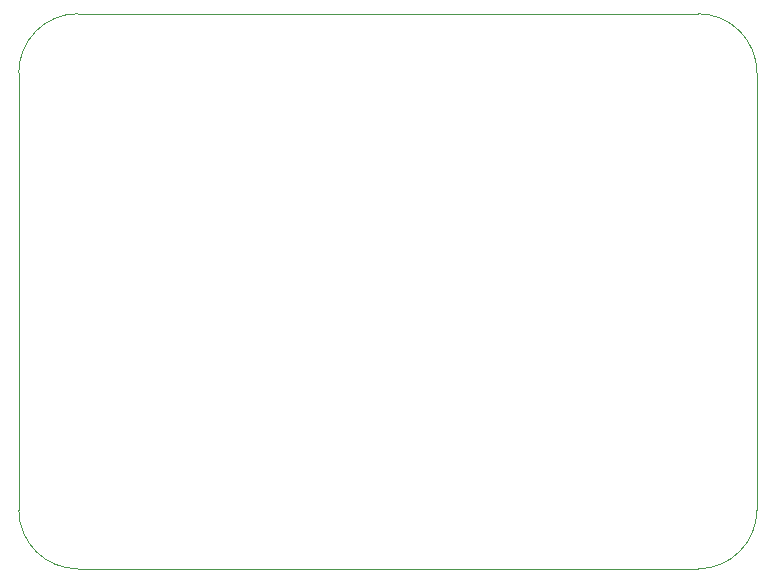
<source format=gm1>
G04 #@! TF.GenerationSoftware,KiCad,Pcbnew,6.0.4-6f826c9f35~116~ubuntu20.04.1*
G04 #@! TF.CreationDate,2022-03-24T16:15:20+01:00*
G04 #@! TF.ProjectId,philphoc-luma,7068696c-7068-46f6-932d-6c756d612e6b,rev?*
G04 #@! TF.SameCoordinates,Original*
G04 #@! TF.FileFunction,Profile,NP*
%FSLAX46Y46*%
G04 Gerber Fmt 4.6, Leading zero omitted, Abs format (unit mm)*
G04 Created by KiCad (PCBNEW 6.0.4-6f826c9f35~116~ubuntu20.04.1) date 2022-03-24 16:15:20*
%MOMM*%
%LPD*%
G01*
G04 APERTURE LIST*
G04 #@! TA.AperFunction,Profile*
%ADD10C,0.050000*%
G04 #@! TD*
G04 APERTURE END LIST*
D10*
X50000000Y-93500000D02*
X50000000Y-56500000D01*
X50000000Y-93500000D02*
G75*
G03*
X55000000Y-98500000I5000000J0D01*
G01*
X112500000Y-56500000D02*
X112500000Y-93500000D01*
X107500000Y-51500000D02*
X55000000Y-51500000D01*
X107500000Y-98500000D02*
G75*
G03*
X112500000Y-93500000I0J5000000D01*
G01*
X55000000Y-51500000D02*
G75*
G03*
X50000000Y-56500000I0J-5000000D01*
G01*
X55000000Y-98500000D02*
X107500000Y-98500000D01*
X112500000Y-56500000D02*
G75*
G03*
X107500000Y-51500000I-5000000J0D01*
G01*
M02*

</source>
